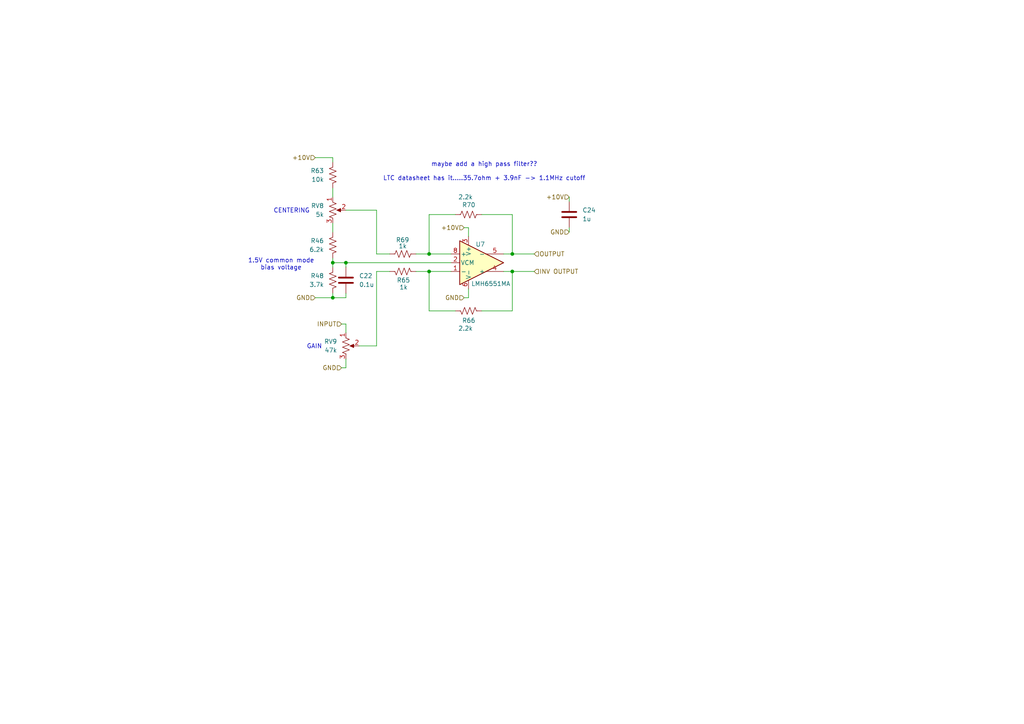
<source format=kicad_sch>
(kicad_sch
	(version 20250114)
	(generator "eeschema")
	(generator_version "9.0")
	(uuid "eac6e370-7184-46af-9cb2-e8d116548ef9")
	(paper "A4")
	(lib_symbols
		(symbol "Amplifier_Operational:LMH6551MA"
			(pin_names
				(offset 0.254)
			)
			(exclude_from_sim no)
			(in_bom yes)
			(on_board yes)
			(property "Reference" "U"
				(at 3.81 6.35 0)
				(effects
					(font
						(size 1.27 1.27)
					)
					(justify left)
				)
			)
			(property "Value" "LMH6551MA"
				(at 3.81 -5.08 0)
				(effects
					(font
						(size 1.27 1.27)
					)
					(justify left)
				)
			)
			(property "Footprint" "Package_SO:SOIC-8_3.9x4.9mm_P1.27mm"
				(at 2.54 -15.24 0)
				(effects
					(font
						(size 1.27 1.27)
					)
					(hide yes)
				)
			)
			(property "Datasheet" "http://www.ti.com/lit/ds/symlink/lmh6551.pdf"
				(at 25.4 -7.62 0)
				(effects
					(font
						(size 1.27 1.27)
					)
					(hide yes)
				)
			)
			(property "Description" "Differential, High-Speed, Op Amp, SOIC-8"
				(at 0 0 0)
				(effects
					(font
						(size 1.27 1.27)
					)
					(hide yes)
				)
			)
			(property "ki_keywords" "differential opamp operational amplifier"
				(at 0 0 0)
				(effects
					(font
						(size 1.27 1.27)
					)
					(hide yes)
				)
			)
			(property "ki_fp_filters" "SOIC*3.9x4.9mm*P1.27mm*"
				(at 0 0 0)
				(effects
					(font
						(size 1.27 1.27)
					)
					(hide yes)
				)
			)
			(symbol "LMH6551MA_0_1"
				(circle
					(center 2.54 2.54)
					(radius 0.0001)
					(stroke
						(width 0)
						(type default)
					)
					(fill
						(type none)
					)
				)
				(polyline
					(pts
						(xy 7.62 0) (xy -5.08 6.35) (xy -5.08 -6.35) (xy 7.62 0)
					)
					(stroke
						(width 0.254)
						(type default)
					)
					(fill
						(type background)
					)
				)
			)
			(symbol "LMH6551MA_1_1"
				(pin input line
					(at -7.62 2.54 0)
					(length 2.54)
					(name "+"
						(effects
							(font
								(size 1.27 1.27)
							)
						)
					)
					(number "8"
						(effects
							(font
								(size 1.27 1.27)
							)
						)
					)
				)
				(pin input line
					(at -7.62 0 0)
					(length 2.54)
					(name "VCM"
						(effects
							(font
								(size 1.27 1.27)
							)
						)
					)
					(number "2"
						(effects
							(font
								(size 1.27 1.27)
							)
						)
					)
				)
				(pin input line
					(at -7.62 -2.54 0)
					(length 2.54)
					(name "-"
						(effects
							(font
								(size 1.27 1.27)
							)
						)
					)
					(number "1"
						(effects
							(font
								(size 1.27 1.27)
							)
						)
					)
				)
				(pin power_in line
					(at -2.54 7.62 270)
					(length 2.54)
					(name "V+"
						(effects
							(font
								(size 1.27 1.27)
							)
						)
					)
					(number "3"
						(effects
							(font
								(size 1.27 1.27)
							)
						)
					)
				)
				(pin power_in line
					(at -2.54 -7.62 90)
					(length 2.54)
					(name "V-"
						(effects
							(font
								(size 1.27 1.27)
							)
						)
					)
					(number "6"
						(effects
							(font
								(size 1.27 1.27)
							)
						)
					)
				)
				(pin no_connect line
					(at 5.08 0 180)
					(length 2.54)
					(hide yes)
					(name "NC"
						(effects
							(font
								(size 1.27 1.27)
							)
						)
					)
					(number "7"
						(effects
							(font
								(size 1.27 1.27)
							)
						)
					)
				)
				(pin output line
					(at 7.62 2.54 180)
					(length 5.08)
					(name "-"
						(effects
							(font
								(size 1.27 1.27)
							)
						)
					)
					(number "5"
						(effects
							(font
								(size 1.27 1.27)
							)
						)
					)
				)
				(pin output line
					(at 7.62 -2.54 180)
					(length 5.08)
					(name "+"
						(effects
							(font
								(size 1.27 1.27)
							)
						)
					)
					(number "4"
						(effects
							(font
								(size 1.27 1.27)
							)
						)
					)
				)
			)
			(embedded_fonts no)
		)
		(symbol "Device:C"
			(pin_numbers
				(hide yes)
			)
			(pin_names
				(offset 0.254)
			)
			(exclude_from_sim no)
			(in_bom yes)
			(on_board yes)
			(property "Reference" "C"
				(at 0.635 2.54 0)
				(effects
					(font
						(size 1.27 1.27)
					)
					(justify left)
				)
			)
			(property "Value" "C"
				(at 0.635 -2.54 0)
				(effects
					(font
						(size 1.27 1.27)
					)
					(justify left)
				)
			)
			(property "Footprint" ""
				(at 0.9652 -3.81 0)
				(effects
					(font
						(size 1.27 1.27)
					)
					(hide yes)
				)
			)
			(property "Datasheet" "~"
				(at 0 0 0)
				(effects
					(font
						(size 1.27 1.27)
					)
					(hide yes)
				)
			)
			(property "Description" "Unpolarized capacitor"
				(at 0 0 0)
				(effects
					(font
						(size 1.27 1.27)
					)
					(hide yes)
				)
			)
			(property "ki_keywords" "cap capacitor"
				(at 0 0 0)
				(effects
					(font
						(size 1.27 1.27)
					)
					(hide yes)
				)
			)
			(property "ki_fp_filters" "C_*"
				(at 0 0 0)
				(effects
					(font
						(size 1.27 1.27)
					)
					(hide yes)
				)
			)
			(symbol "C_0_1"
				(polyline
					(pts
						(xy -2.032 0.762) (xy 2.032 0.762)
					)
					(stroke
						(width 0.508)
						(type default)
					)
					(fill
						(type none)
					)
				)
				(polyline
					(pts
						(xy -2.032 -0.762) (xy 2.032 -0.762)
					)
					(stroke
						(width 0.508)
						(type default)
					)
					(fill
						(type none)
					)
				)
			)
			(symbol "C_1_1"
				(pin passive line
					(at 0 3.81 270)
					(length 2.794)
					(name "~"
						(effects
							(font
								(size 1.27 1.27)
							)
						)
					)
					(number "1"
						(effects
							(font
								(size 1.27 1.27)
							)
						)
					)
				)
				(pin passive line
					(at 0 -3.81 90)
					(length 2.794)
					(name "~"
						(effects
							(font
								(size 1.27 1.27)
							)
						)
					)
					(number "2"
						(effects
							(font
								(size 1.27 1.27)
							)
						)
					)
				)
			)
			(embedded_fonts no)
		)
		(symbol "Device:R_Potentiometer_US"
			(pin_names
				(offset 1.016)
				(hide yes)
			)
			(exclude_from_sim no)
			(in_bom yes)
			(on_board yes)
			(property "Reference" "RV"
				(at -4.445 0 90)
				(effects
					(font
						(size 1.27 1.27)
					)
				)
			)
			(property "Value" "R_Potentiometer_US"
				(at -2.54 0 90)
				(effects
					(font
						(size 1.27 1.27)
					)
				)
			)
			(property "Footprint" ""
				(at 0 0 0)
				(effects
					(font
						(size 1.27 1.27)
					)
					(hide yes)
				)
			)
			(property "Datasheet" "~"
				(at 0 0 0)
				(effects
					(font
						(size 1.27 1.27)
					)
					(hide yes)
				)
			)
			(property "Description" "Potentiometer, US symbol"
				(at 0 0 0)
				(effects
					(font
						(size 1.27 1.27)
					)
					(hide yes)
				)
			)
			(property "ki_keywords" "resistor variable"
				(at 0 0 0)
				(effects
					(font
						(size 1.27 1.27)
					)
					(hide yes)
				)
			)
			(property "ki_fp_filters" "Potentiometer*"
				(at 0 0 0)
				(effects
					(font
						(size 1.27 1.27)
					)
					(hide yes)
				)
			)
			(symbol "R_Potentiometer_US_0_1"
				(polyline
					(pts
						(xy 0 2.54) (xy 0 2.286)
					)
					(stroke
						(width 0)
						(type default)
					)
					(fill
						(type none)
					)
				)
				(polyline
					(pts
						(xy 0 2.286) (xy 1.016 1.905) (xy 0 1.524) (xy -1.016 1.143) (xy 0 0.762)
					)
					(stroke
						(width 0)
						(type default)
					)
					(fill
						(type none)
					)
				)
				(polyline
					(pts
						(xy 0 0.762) (xy 1.016 0.381) (xy 0 0) (xy -1.016 -0.381) (xy 0 -0.762)
					)
					(stroke
						(width 0)
						(type default)
					)
					(fill
						(type none)
					)
				)
				(polyline
					(pts
						(xy 0 -0.762) (xy 1.016 -1.143) (xy 0 -1.524) (xy -1.016 -1.905) (xy 0 -2.286)
					)
					(stroke
						(width 0)
						(type default)
					)
					(fill
						(type none)
					)
				)
				(polyline
					(pts
						(xy 0 -2.286) (xy 0 -2.54)
					)
					(stroke
						(width 0)
						(type default)
					)
					(fill
						(type none)
					)
				)
				(polyline
					(pts
						(xy 1.143 0) (xy 2.286 0.508) (xy 2.286 -0.508) (xy 1.143 0)
					)
					(stroke
						(width 0)
						(type default)
					)
					(fill
						(type outline)
					)
				)
				(polyline
					(pts
						(xy 2.54 0) (xy 1.524 0)
					)
					(stroke
						(width 0)
						(type default)
					)
					(fill
						(type none)
					)
				)
			)
			(symbol "R_Potentiometer_US_1_1"
				(pin passive line
					(at 0 3.81 270)
					(length 1.27)
					(name "1"
						(effects
							(font
								(size 1.27 1.27)
							)
						)
					)
					(number "1"
						(effects
							(font
								(size 1.27 1.27)
							)
						)
					)
				)
				(pin passive line
					(at 0 -3.81 90)
					(length 1.27)
					(name "3"
						(effects
							(font
								(size 1.27 1.27)
							)
						)
					)
					(number "3"
						(effects
							(font
								(size 1.27 1.27)
							)
						)
					)
				)
				(pin passive line
					(at 3.81 0 180)
					(length 1.27)
					(name "2"
						(effects
							(font
								(size 1.27 1.27)
							)
						)
					)
					(number "2"
						(effects
							(font
								(size 1.27 1.27)
							)
						)
					)
				)
			)
			(embedded_fonts no)
		)
		(symbol "Device:R_US"
			(pin_numbers
				(hide yes)
			)
			(pin_names
				(offset 0)
			)
			(exclude_from_sim no)
			(in_bom yes)
			(on_board yes)
			(property "Reference" "R"
				(at 2.54 0 90)
				(effects
					(font
						(size 1.27 1.27)
					)
				)
			)
			(property "Value" "R_US"
				(at -2.54 0 90)
				(effects
					(font
						(size 1.27 1.27)
					)
				)
			)
			(property "Footprint" ""
				(at 1.016 -0.254 90)
				(effects
					(font
						(size 1.27 1.27)
					)
					(hide yes)
				)
			)
			(property "Datasheet" "~"
				(at 0 0 0)
				(effects
					(font
						(size 1.27 1.27)
					)
					(hide yes)
				)
			)
			(property "Description" "Resistor, US symbol"
				(at 0 0 0)
				(effects
					(font
						(size 1.27 1.27)
					)
					(hide yes)
				)
			)
			(property "ki_keywords" "R res resistor"
				(at 0 0 0)
				(effects
					(font
						(size 1.27 1.27)
					)
					(hide yes)
				)
			)
			(property "ki_fp_filters" "R_*"
				(at 0 0 0)
				(effects
					(font
						(size 1.27 1.27)
					)
					(hide yes)
				)
			)
			(symbol "R_US_0_1"
				(polyline
					(pts
						(xy 0 2.286) (xy 0 2.54)
					)
					(stroke
						(width 0)
						(type default)
					)
					(fill
						(type none)
					)
				)
				(polyline
					(pts
						(xy 0 2.286) (xy 1.016 1.905) (xy 0 1.524) (xy -1.016 1.143) (xy 0 0.762)
					)
					(stroke
						(width 0)
						(type default)
					)
					(fill
						(type none)
					)
				)
				(polyline
					(pts
						(xy 0 0.762) (xy 1.016 0.381) (xy 0 0) (xy -1.016 -0.381) (xy 0 -0.762)
					)
					(stroke
						(width 0)
						(type default)
					)
					(fill
						(type none)
					)
				)
				(polyline
					(pts
						(xy 0 -0.762) (xy 1.016 -1.143) (xy 0 -1.524) (xy -1.016 -1.905) (xy 0 -2.286)
					)
					(stroke
						(width 0)
						(type default)
					)
					(fill
						(type none)
					)
				)
				(polyline
					(pts
						(xy 0 -2.286) (xy 0 -2.54)
					)
					(stroke
						(width 0)
						(type default)
					)
					(fill
						(type none)
					)
				)
			)
			(symbol "R_US_1_1"
				(pin passive line
					(at 0 3.81 270)
					(length 1.27)
					(name "~"
						(effects
							(font
								(size 1.27 1.27)
							)
						)
					)
					(number "1"
						(effects
							(font
								(size 1.27 1.27)
							)
						)
					)
				)
				(pin passive line
					(at 0 -3.81 90)
					(length 1.27)
					(name "~"
						(effects
							(font
								(size 1.27 1.27)
							)
						)
					)
					(number "2"
						(effects
							(font
								(size 1.27 1.27)
							)
						)
					)
				)
			)
			(embedded_fonts no)
		)
	)
	(text "CENTERING\n"
		(exclude_from_sim no)
		(at 84.582 61.214 0)
		(effects
			(font
				(size 1.27 1.27)
			)
		)
		(uuid "318a7326-2cd7-4563-b9b8-fa2e45554cf7")
	)
	(text "maybe add a high pass filter??\n\nLTC datasheet has it.....35.7ohm + 3.9nF -> 1.1MHz cutoff\n"
		(exclude_from_sim no)
		(at 140.462 49.784 0)
		(effects
			(font
				(size 1.27 1.27)
			)
		)
		(uuid "326a999f-225a-41ac-b9c0-1172c888158f")
	)
	(text "GAIN\n"
		(exclude_from_sim no)
		(at 91.186 100.584 0)
		(effects
			(font
				(size 1.27 1.27)
			)
		)
		(uuid "543cf0d7-307a-4bf8-a511-7a6a1ad5fc01")
	)
	(text "1.5V common mode\nbias voltage"
		(exclude_from_sim no)
		(at 81.534 76.708 0)
		(effects
			(font
				(size 1.27 1.27)
			)
		)
		(uuid "70208369-c057-4075-92c5-244c8d44e524")
	)
	(junction
		(at 148.59 73.66)
		(diameter 0)
		(color 0 0 0 0)
		(uuid "6083a674-2fac-42e1-b5ed-aa4d2f26ace6")
	)
	(junction
		(at 124.46 73.66)
		(diameter 0)
		(color 0 0 0 0)
		(uuid "ae371de2-33b4-4148-b627-fbc341c1e38b")
	)
	(junction
		(at 124.46 78.74)
		(diameter 0)
		(color 0 0 0 0)
		(uuid "c292f828-e004-45ff-bd82-7b5d9e0b1784")
	)
	(junction
		(at 96.52 76.2)
		(diameter 0)
		(color 0 0 0 0)
		(uuid "c3d1114b-5ee5-4af6-b3cc-f3305e1a8557")
	)
	(junction
		(at 100.33 76.2)
		(diameter 0)
		(color 0 0 0 0)
		(uuid "cf88f79b-94ca-4347-91c3-790d8f251394")
	)
	(junction
		(at 148.59 78.74)
		(diameter 0)
		(color 0 0 0 0)
		(uuid "d3664c96-1dcb-4974-85fc-9eb185d20930")
	)
	(junction
		(at 96.52 86.36)
		(diameter 0)
		(color 0 0 0 0)
		(uuid "e8522ba2-5a29-4858-b253-ff63cd0987c3")
	)
	(wire
		(pts
			(xy 91.44 45.72) (xy 96.52 45.72)
		)
		(stroke
			(width 0)
			(type default)
		)
		(uuid "000a6c6e-ad5e-4263-b2c7-5c9c14b1bc2d")
	)
	(wire
		(pts
			(xy 124.46 62.23) (xy 132.08 62.23)
		)
		(stroke
			(width 0)
			(type default)
		)
		(uuid "00cc4c9d-4d35-4b2f-9af0-300a26614d18")
	)
	(wire
		(pts
			(xy 134.62 86.36) (xy 135.89 86.36)
		)
		(stroke
			(width 0)
			(type default)
		)
		(uuid "0473c0f2-cc55-46bd-a4f2-928fdeae0ca3")
	)
	(wire
		(pts
			(xy 148.59 90.17) (xy 148.59 78.74)
		)
		(stroke
			(width 0)
			(type default)
		)
		(uuid "07386b31-f8c1-4a75-bfc9-689898281a65")
	)
	(wire
		(pts
			(xy 96.52 54.61) (xy 96.52 57.15)
		)
		(stroke
			(width 0)
			(type default)
		)
		(uuid "090fbaae-441a-4ea8-b0cc-e2e077a16f42")
	)
	(wire
		(pts
			(xy 96.52 76.2) (xy 100.33 76.2)
		)
		(stroke
			(width 0)
			(type default)
		)
		(uuid "11fd7d77-228b-4207-b4fb-9187ca8c1077")
	)
	(wire
		(pts
			(xy 124.46 90.17) (xy 132.08 90.17)
		)
		(stroke
			(width 0)
			(type default)
		)
		(uuid "166fa4e3-eff0-4d54-b0ce-dc41e55dcfa9")
	)
	(wire
		(pts
			(xy 109.22 73.66) (xy 113.03 73.66)
		)
		(stroke
			(width 0)
			(type default)
		)
		(uuid "18bc026e-3022-4f4c-8977-d12a5bce1d94")
	)
	(wire
		(pts
			(xy 124.46 73.66) (xy 130.81 73.66)
		)
		(stroke
			(width 0)
			(type default)
		)
		(uuid "1ad3ef74-63a7-447b-8be6-3abd69f3f782")
	)
	(wire
		(pts
			(xy 100.33 85.09) (xy 100.33 86.36)
		)
		(stroke
			(width 0)
			(type default)
		)
		(uuid "255ee7eb-da4e-417f-9820-88ca326c2408")
	)
	(wire
		(pts
			(xy 124.46 73.66) (xy 124.46 62.23)
		)
		(stroke
			(width 0)
			(type default)
		)
		(uuid "266565bd-a909-4b22-aedd-002f82262cda")
	)
	(wire
		(pts
			(xy 120.65 78.74) (xy 124.46 78.74)
		)
		(stroke
			(width 0)
			(type default)
		)
		(uuid "283ee78a-4f24-4c6f-afe3-aa4844701d46")
	)
	(wire
		(pts
			(xy 96.52 74.93) (xy 96.52 76.2)
		)
		(stroke
			(width 0)
			(type default)
		)
		(uuid "30ccf168-61b8-40a9-9638-d9361fe6d2a6")
	)
	(wire
		(pts
			(xy 139.7 90.17) (xy 148.59 90.17)
		)
		(stroke
			(width 0)
			(type default)
		)
		(uuid "311822cb-90d9-4508-98ae-0a6e519808a4")
	)
	(wire
		(pts
			(xy 100.33 76.2) (xy 100.33 77.47)
		)
		(stroke
			(width 0)
			(type default)
		)
		(uuid "314d3d33-cc5e-407a-8d7a-8b41ccb44beb")
	)
	(wire
		(pts
			(xy 91.44 86.36) (xy 96.52 86.36)
		)
		(stroke
			(width 0)
			(type default)
		)
		(uuid "3905864b-1508-4191-95f5-34024fd7c53a")
	)
	(wire
		(pts
			(xy 109.22 100.33) (xy 109.22 78.74)
		)
		(stroke
			(width 0)
			(type default)
		)
		(uuid "45335ff1-56e3-4918-bab4-d7cbb944b1aa")
	)
	(wire
		(pts
			(xy 148.59 62.23) (xy 148.59 73.66)
		)
		(stroke
			(width 0)
			(type default)
		)
		(uuid "510f7b06-4a4a-4e2b-9b3d-c7a976d1bbe8")
	)
	(wire
		(pts
			(xy 165.1 57.15) (xy 165.1 58.42)
		)
		(stroke
			(width 0)
			(type default)
		)
		(uuid "51c8d4f0-2c9f-4769-bd3a-232056dc3517")
	)
	(wire
		(pts
			(xy 124.46 78.74) (xy 124.46 90.17)
		)
		(stroke
			(width 0)
			(type default)
		)
		(uuid "538cac1f-54c3-4fdb-86e1-2e4439c94413")
	)
	(wire
		(pts
			(xy 120.65 73.66) (xy 124.46 73.66)
		)
		(stroke
			(width 0)
			(type default)
		)
		(uuid "5f939f4f-f3e7-4153-8edd-0caa45a8d427")
	)
	(wire
		(pts
			(xy 96.52 76.2) (xy 96.52 77.47)
		)
		(stroke
			(width 0)
			(type default)
		)
		(uuid "5fffdbdf-2cc7-498e-b3a2-acad041f306b")
	)
	(wire
		(pts
			(xy 99.06 106.68) (xy 100.33 106.68)
		)
		(stroke
			(width 0)
			(type default)
		)
		(uuid "61d6a59d-e179-4c76-b304-6d628ec74dea")
	)
	(wire
		(pts
			(xy 135.89 66.04) (xy 135.89 68.58)
		)
		(stroke
			(width 0)
			(type default)
		)
		(uuid "62af61e6-2c45-4cde-aef5-f9cfc7e29a1c")
	)
	(wire
		(pts
			(xy 134.62 66.04) (xy 135.89 66.04)
		)
		(stroke
			(width 0)
			(type default)
		)
		(uuid "6bc630f3-4380-42c5-966c-513afe40ce82")
	)
	(wire
		(pts
			(xy 100.33 76.2) (xy 130.81 76.2)
		)
		(stroke
			(width 0)
			(type default)
		)
		(uuid "7218cbd1-121b-4fd3-ad01-09d422cca73a")
	)
	(wire
		(pts
			(xy 165.1 66.04) (xy 165.1 67.31)
		)
		(stroke
			(width 0)
			(type default)
		)
		(uuid "79ed54fe-d025-463e-a3f2-9c16c05dd33a")
	)
	(wire
		(pts
			(xy 146.05 78.74) (xy 148.59 78.74)
		)
		(stroke
			(width 0)
			(type default)
		)
		(uuid "896d0dfe-f480-442f-9c57-d864f169b2b4")
	)
	(wire
		(pts
			(xy 124.46 78.74) (xy 130.81 78.74)
		)
		(stroke
			(width 0)
			(type default)
		)
		(uuid "897fba91-43c3-42af-85e5-460783a21d15")
	)
	(wire
		(pts
			(xy 99.06 93.98) (xy 100.33 93.98)
		)
		(stroke
			(width 0)
			(type default)
		)
		(uuid "90830dec-daf8-4bed-9506-489f3928f6dd")
	)
	(wire
		(pts
			(xy 139.7 62.23) (xy 148.59 62.23)
		)
		(stroke
			(width 0)
			(type default)
		)
		(uuid "93f7ce3a-0457-49cd-9564-369915abe7a7")
	)
	(wire
		(pts
			(xy 100.33 104.14) (xy 100.33 106.68)
		)
		(stroke
			(width 0)
			(type default)
		)
		(uuid "9d0b7503-f158-471c-9993-822813f7bca0")
	)
	(wire
		(pts
			(xy 100.33 60.96) (xy 109.22 60.96)
		)
		(stroke
			(width 0)
			(type default)
		)
		(uuid "9f680cb1-a83f-4cb8-8b4d-a6a4f213c0e0")
	)
	(wire
		(pts
			(xy 96.52 45.72) (xy 96.52 46.99)
		)
		(stroke
			(width 0)
			(type default)
		)
		(uuid "c4835ec5-1cf1-4566-896f-e96b3bf679df")
	)
	(wire
		(pts
			(xy 148.59 78.74) (xy 154.94 78.74)
		)
		(stroke
			(width 0)
			(type default)
		)
		(uuid "ccde07b3-0acf-4446-8d32-2cba3a173c7a")
	)
	(wire
		(pts
			(xy 148.59 73.66) (xy 154.94 73.66)
		)
		(stroke
			(width 0)
			(type default)
		)
		(uuid "ce05b4c2-8b5b-4546-a7a8-780749c2a712")
	)
	(wire
		(pts
			(xy 96.52 64.77) (xy 96.52 67.31)
		)
		(stroke
			(width 0)
			(type default)
		)
		(uuid "cf4c1bbf-b05c-4227-a2da-ba5ed6925ee0")
	)
	(wire
		(pts
			(xy 100.33 93.98) (xy 100.33 96.52)
		)
		(stroke
			(width 0)
			(type default)
		)
		(uuid "d2fc98ca-1305-4799-bf1b-de4e5908e204")
	)
	(wire
		(pts
			(xy 135.89 86.36) (xy 135.89 83.82)
		)
		(stroke
			(width 0)
			(type default)
		)
		(uuid "d317f114-0d2e-4ebd-a1b4-0f433abf1a94")
	)
	(wire
		(pts
			(xy 146.05 73.66) (xy 148.59 73.66)
		)
		(stroke
			(width 0)
			(type default)
		)
		(uuid "da613eba-cf2f-4850-a643-b24a6407ad2f")
	)
	(wire
		(pts
			(xy 109.22 100.33) (xy 104.14 100.33)
		)
		(stroke
			(width 0)
			(type default)
		)
		(uuid "e4da7d89-7beb-47b4-874d-c5d33e926476")
	)
	(wire
		(pts
			(xy 96.52 86.36) (xy 100.33 86.36)
		)
		(stroke
			(width 0)
			(type default)
		)
		(uuid "e9385746-5ba2-49be-953a-503e84e1af80")
	)
	(wire
		(pts
			(xy 96.52 85.09) (xy 96.52 86.36)
		)
		(stroke
			(width 0)
			(type default)
		)
		(uuid "ec11cb0a-555b-4ae8-99f9-2defbd258e1d")
	)
	(wire
		(pts
			(xy 109.22 60.96) (xy 109.22 73.66)
		)
		(stroke
			(width 0)
			(type default)
		)
		(uuid "f0679c25-9469-4975-ae6e-78f3f67a67b0")
	)
	(wire
		(pts
			(xy 109.22 78.74) (xy 113.03 78.74)
		)
		(stroke
			(width 0)
			(type default)
		)
		(uuid "f78ffc8a-dd59-4f7d-9526-deca8d21c653")
	)
	(hierarchical_label "INV OUTPUT"
		(shape input)
		(at 154.94 78.74 0)
		(effects
			(font
				(size 1.27 1.27)
			)
			(justify left)
		)
		(uuid "1204a765-0ff2-47e5-96d7-1b8f901baf3a")
	)
	(hierarchical_label "GND"
		(shape input)
		(at 134.62 86.36 180)
		(effects
			(font
				(size 1.27 1.27)
			)
			(justify right)
		)
		(uuid "706ea04c-6a86-4d04-885e-01642701e116")
	)
	(hierarchical_label "+10V"
		(shape input)
		(at 91.44 45.72 180)
		(effects
			(font
				(size 1.27 1.27)
			)
			(justify right)
		)
		(uuid "7111a4a8-2103-4879-9349-a6aca17a77fc")
	)
	(hierarchical_label "+10V"
		(shape input)
		(at 134.62 66.04 180)
		(effects
			(font
				(size 1.27 1.27)
			)
			(justify right)
		)
		(uuid "74b99221-bf71-430f-8e7c-c9307a62e2e8")
	)
	(hierarchical_label "+10V"
		(shape input)
		(at 165.1 57.15 180)
		(effects
			(font
				(size 1.27 1.27)
			)
			(justify right)
		)
		(uuid "78b6e1af-88ab-4281-8ef9-df4abf5e13d4")
	)
	(hierarchical_label "GND"
		(shape input)
		(at 165.1 67.31 180)
		(effects
			(font
				(size 1.27 1.27)
			)
			(justify right)
		)
		(uuid "803ab262-53f0-42cc-af18-1a8475e29006")
	)
	(hierarchical_label "OUTPUT"
		(shape input)
		(at 154.94 73.66 0)
		(effects
			(font
				(size 1.27 1.27)
			)
			(justify left)
		)
		(uuid "95591eed-0669-4490-8cb7-1321be460b65")
	)
	(hierarchical_label "GND"
		(shape input)
		(at 91.44 86.36 180)
		(effects
			(font
				(size 1.27 1.27)
			)
			(justify right)
		)
		(uuid "9cb7d938-b615-40f6-96dc-08d5aea2fbec")
	)
	(hierarchical_label "INPUT"
		(shape input)
		(at 99.06 93.98 180)
		(effects
			(font
				(size 1.27 1.27)
			)
			(justify right)
		)
		(uuid "ddeb010b-e929-42eb-b61f-243c1bf41270")
	)
	(hierarchical_label "GND"
		(shape input)
		(at 99.06 106.68 180)
		(effects
			(font
				(size 1.27 1.27)
			)
			(justify right)
		)
		(uuid "e3f0f678-8d5c-4c1e-9bb6-b480528bb57c")
	)
	(symbol
		(lib_id "Device:C")
		(at 165.1 62.23 0)
		(unit 1)
		(exclude_from_sim no)
		(in_bom yes)
		(on_board yes)
		(dnp no)
		(fields_autoplaced yes)
		(uuid "01947551-ddf6-421a-a127-f0044989041d")
		(property "Reference" "C23"
			(at 168.91 60.9599 0)
			(effects
				(font
					(size 1.27 1.27)
				)
				(justify left)
			)
		)
		(property "Value" "1u"
			(at 168.91 63.4999 0)
			(effects
				(font
					(size 1.27 1.27)
				)
				(justify left)
			)
		)
		(property "Footprint" "Capacitor_SMD:C_0603_1608Metric"
			(at 166.0652 66.04 0)
			(effects
				(font
					(size 1.27 1.27)
				)
				(hide yes)
			)
		)
		(property "Datasheet" "C1608X7R1C105K080DC"
			(at 165.1 62.23 0)
			(effects
				(font
					(size 1.27 1.27)
				)
				(hide yes)
			)
		)
		(property "Description" "Unpolarized capacitor"
			(at 165.1 62.23 0)
			(effects
				(font
					(size 1.27 1.27)
				)
				(hide yes)
			)
		)
		(property "DATASHEET-URL" ""
			(at 165.1 62.23 0)
			(effects
				(font
					(size 1.27 1.27)
				)
			)
		)
		(property "IC-REFERENCE" ""
			(at 165.1 62.23 0)
			(effects
				(font
					(size 1.27 1.27)
				)
			)
		)
		(property "IOUT1" ""
			(at 165.1 62.23 0)
			(effects
				(font
					(size 1.27 1.27)
				)
			)
		)
		(property "IOUT2" ""
			(at 165.1 62.23 0)
			(effects
				(font
					(size 1.27 1.27)
				)
			)
		)
		(property "ISAT" ""
			(at 165.1 62.23 0)
			(effects
				(font
					(size 1.27 1.27)
				)
			)
		)
		(property "L" ""
			(at 165.1 62.23 0)
			(effects
				(font
					(size 1.27 1.27)
				)
			)
		)
		(property "LS" ""
			(at 165.1 62.23 0)
			(effects
				(font
					(size 1.27 1.27)
				)
			)
		)
		(property "MAXIMUM_PACKAGE_HEIGHT" ""
			(at 165.1 62.23 0)
			(effects
				(font
					(size 1.27 1.27)
				)
			)
		)
		(property "MOUNT" ""
			(at 165.1 62.23 0)
			(effects
				(font
					(size 1.27 1.27)
				)
			)
		)
		(property "N" ""
			(at 165.1 62.23 0)
			(effects
				(font
					(size 1.27 1.27)
				)
			)
		)
		(property "PART-NUMBER" ""
			(at 165.1 62.23 0)
			(effects
				(font
					(size 1.27 1.27)
				)
			)
		)
		(property "PARTREV" ""
			(at 165.1 62.23 0)
			(effects
				(font
					(size 1.27 1.27)
				)
			)
		)
		(property "SIZE" ""
			(at 165.1 62.23 0)
			(effects
				(font
					(size 1.27 1.27)
				)
			)
		)
		(property "Sim.Device" ""
			(at 165.1 62.23 0)
			(effects
				(font
					(size 1.27 1.27)
				)
			)
		)
		(property "Sim.Pins" ""
			(at 165.1 62.23 0)
			(effects
				(font
					(size 1.27 1.27)
				)
			)
		)
		(property "VALUE" ""
			(at 165.1 62.23 0)
			(effects
				(font
					(size 1.27 1.27)
				)
			)
		)
		(property "VIN" ""
			(at 165.1 62.23 0)
			(effects
				(font
					(size 1.27 1.27)
				)
			)
		)
		(property "VOUT1" ""
			(at 165.1 62.23 0)
			(effects
				(font
					(size 1.27 1.27)
				)
			)
		)
		(property "VOUT2" ""
			(at 165.1 62.23 0)
			(effects
				(font
					(size 1.27 1.27)
				)
			)
		)
		(property "VT" ""
			(at 165.1 62.23 0)
			(effects
				(font
					(size 1.27 1.27)
				)
			)
		)
		(pin "1"
			(uuid "6fdae9dc-92b5-40d8-b102-e9fbefcb0036")
		)
		(pin "2"
			(uuid "fa33fe8c-b643-473d-b291-afe187d702c5")
		)
		(instances
			(project "deflection_board_2"
				(path "/96f2ff15-c3e5-48fe-ae2c-b9bf88af19f4/13d95a47-7c14-4645-9a3e-28fd9347bd08"
					(reference "C24")
					(unit 1)
				)
				(path "/96f2ff15-c3e5-48fe-ae2c-b9bf88af19f4/312d89e2-80db-455f-a995-85738c4e27ae"
					(reference "C23")
					(unit 1)
				)
			)
		)
	)
	(symbol
		(lib_id "Device:R_Potentiometer_US")
		(at 100.33 100.33 0)
		(unit 1)
		(exclude_from_sim no)
		(in_bom yes)
		(on_board yes)
		(dnp no)
		(fields_autoplaced yes)
		(uuid "0e280a81-3e06-4e24-93bb-5332150420e6")
		(property "Reference" "RV7"
			(at 97.79 99.0599 0)
			(effects
				(font
					(size 1.27 1.27)
				)
				(justify right)
			)
		)
		(property "Value" "47k"
			(at 97.79 101.5999 0)
			(effects
				(font
					(size 1.27 1.27)
				)
				(justify right)
			)
		)
		(property "Footprint" "Potentiometer_THT:Potentiometer_Bourns_3296W_Vertical"
			(at 100.33 100.33 0)
			(effects
				(font
					(size 1.27 1.27)
				)
				(hide yes)
			)
		)
		(property "Datasheet" "3296W-1-473LF"
			(at 100.33 100.33 0)
			(effects
				(font
					(size 1.27 1.27)
				)
				(hide yes)
			)
		)
		(property "Description" "Potentiometer, US symbol"
			(at 100.33 100.33 0)
			(effects
				(font
					(size 1.27 1.27)
				)
				(hide yes)
			)
		)
		(property "DATASHEET-URL" ""
			(at 100.33 100.33 0)
			(effects
				(font
					(size 1.27 1.27)
				)
			)
		)
		(property "IC-REFERENCE" ""
			(at 100.33 100.33 0)
			(effects
				(font
					(size 1.27 1.27)
				)
			)
		)
		(property "IOUT1" ""
			(at 100.33 100.33 0)
			(effects
				(font
					(size 1.27 1.27)
				)
			)
		)
		(property "IOUT2" ""
			(at 100.33 100.33 0)
			(effects
				(font
					(size 1.27 1.27)
				)
			)
		)
		(property "ISAT" ""
			(at 100.33 100.33 0)
			(effects
				(font
					(size 1.27 1.27)
				)
			)
		)
		(property "L" ""
			(at 100.33 100.33 0)
			(effects
				(font
					(size 1.27 1.27)
				)
			)
		)
		(property "LS" ""
			(at 100.33 100.33 0)
			(effects
				(font
					(size 1.27 1.27)
				)
			)
		)
		(property "MAXIMUM_PACKAGE_HEIGHT" ""
			(at 100.33 100.33 0)
			(effects
				(font
					(size 1.27 1.27)
				)
			)
		)
		(property "MOUNT" ""
			(at 100.33 100.33 0)
			(effects
				(font
					(size 1.27 1.27)
				)
			)
		)
		(property "N" ""
			(at 100.33 100.33 0)
			(effects
				(font
					(size 1.27 1.27)
				)
			)
		)
		(property "PART-NUMBER" ""
			(at 100.33 100.33 0)
			(effects
				(font
					(size 1.27 1.27)
				)
			)
		)
		(property "PARTREV" ""
			(at 100.33 100.33 0)
			(effects
				(font
					(size 1.27 1.27)
				)
			)
		)
		(property "SIZE" ""
			(at 100.33 100.33 0)
			(effects
				(font
					(size 1.27 1.27)
				)
			)
		)
		(property "Sim.Device" ""
			(at 100.33 100.33 0)
			(effects
				(font
					(size 1.27 1.27)
				)
			)
		)
		(property "Sim.Pins" ""
			(at 100.33 100.33 0)
			(effects
				(font
					(size 1.27 1.27)
				)
			)
		)
		(property "VALUE" ""
			(at 100.33 100.33 0)
			(effects
				(font
					(size 1.27 1.27)
				)
			)
		)
		(property "VIN" ""
			(at 100.33 100.33 0)
			(effects
				(font
					(size 1.27 1.27)
				)
			)
		)
		(property "VOUT1" ""
			(at 100.33 100.33 0)
			(effects
				(font
					(size 1.27 1.27)
				)
			)
		)
		(property "VOUT2" ""
			(at 100.33 100.33 0)
			(effects
				(font
					(size 1.27 1.27)
				)
			)
		)
		(property "VT" ""
			(at 100.33 100.33 0)
			(effects
				(font
					(size 1.27 1.27)
				)
			)
		)
		(pin "1"
			(uuid "bd1d2d5c-9fe0-41ec-9ccd-33ba9d2eb6d9")
		)
		(pin "3"
			(uuid "c6860118-8438-431e-bc31-de0a3c913a75")
		)
		(pin "2"
			(uuid "a4b38992-3b8b-4cf0-bccf-736c1cf0ad70")
		)
		(instances
			(project "deflection_board_2"
				(path "/96f2ff15-c3e5-48fe-ae2c-b9bf88af19f4/13d95a47-7c14-4645-9a3e-28fd9347bd08"
					(reference "RV9")
					(unit 1)
				)
				(path "/96f2ff15-c3e5-48fe-ae2c-b9bf88af19f4/312d89e2-80db-455f-a995-85738c4e27ae"
					(reference "RV7")
					(unit 1)
				)
			)
		)
	)
	(symbol
		(lib_id "Device:R_US")
		(at 116.84 73.66 270)
		(unit 1)
		(exclude_from_sim no)
		(in_bom yes)
		(on_board yes)
		(dnp no)
		(uuid "258ecc61-9bc9-4fda-80f6-c724bba70b18")
		(property "Reference" "R67"
			(at 114.808 69.596 90)
			(effects
				(font
					(size 1.27 1.27)
				)
				(justify left)
			)
		)
		(property "Value" "1k"
			(at 115.57 71.374 90)
			(effects
				(font
					(size 1.27 1.27)
				)
				(justify left)
			)
		)
		(property "Footprint" "Resistor_SMD:R_0603_1608Metric_Pad0.98x0.95mm_HandSolder"
			(at 116.586 74.676 90)
			(effects
				(font
					(size 1.27 1.27)
				)
				(hide yes)
			)
		)
		(property "Datasheet" "ERJ-3EKF1001V"
			(at 116.84 73.66 0)
			(effects
				(font
					(size 1.27 1.27)
				)
				(hide yes)
			)
		)
		(property "Description" "Resistor, US symbol"
			(at 116.84 73.66 0)
			(effects
				(font
					(size 1.27 1.27)
				)
				(hide yes)
			)
		)
		(property "DATASHEET-URL" ""
			(at 116.84 73.66 0)
			(effects
				(font
					(size 1.27 1.27)
				)
			)
		)
		(property "IC-REFERENCE" ""
			(at 116.84 73.66 0)
			(effects
				(font
					(size 1.27 1.27)
				)
			)
		)
		(property "IOUT1" ""
			(at 116.84 73.66 0)
			(effects
				(font
					(size 1.27 1.27)
				)
			)
		)
		(property "IOUT2" ""
			(at 116.84 73.66 0)
			(effects
				(font
					(size 1.27 1.27)
				)
			)
		)
		(property "ISAT" ""
			(at 116.84 73.66 0)
			(effects
				(font
					(size 1.27 1.27)
				)
			)
		)
		(property "L" ""
			(at 116.84 73.66 0)
			(effects
				(font
					(size 1.27 1.27)
				)
			)
		)
		(property "LS" ""
			(at 116.84 73.66 0)
			(effects
				(font
					(size 1.27 1.27)
				)
			)
		)
		(property "MAXIMUM_PACKAGE_HEIGHT" ""
			(at 116.84 73.66 0)
			(effects
				(font
					(size 1.27 1.27)
				)
			)
		)
		(property "MOUNT" ""
			(at 116.84 73.66 0)
			(effects
				(font
					(size 1.27 1.27)
				)
			)
		)
		(property "N" ""
			(at 116.84 73.66 0)
			(effects
				(font
					(size 1.27 1.27)
				)
			)
		)
		(property "PART-NUMBER" ""
			(at 116.84 73.66 0)
			(effects
				(font
					(size 1.27 1.27)
				)
			)
		)
		(property "PARTREV" ""
			(at 116.84 73.66 0)
			(effects
				(font
					(size 1.27 1.27)
				)
			)
		)
		(property "SIZE" ""
			(at 116.84 73.66 0)
			(effects
				(font
					(size 1.27 1.27)
				)
			)
		)
		(property "Sim.Device" ""
			(at 116.84 73.66 0)
			(effects
				(font
					(size 1.27 1.27)
				)
			)
		)
		(property "Sim.Pins" ""
			(at 116.84 73.66 0)
			(effects
				(font
					(size 1.27 1.27)
				)
			)
		)
		(property "VALUE" ""
			(at 116.84 73.66 0)
			(effects
				(font
					(size 1.27 1.27)
				)
			)
		)
		(property "VIN" ""
			(at 116.84 73.66 0)
			(effects
				(font
					(size 1.27 1.27)
				)
			)
		)
		(property "VOUT1" ""
			(at 116.84 73.66 0)
			(effects
				(font
					(size 1.27 1.27)
				)
			)
		)
		(property "VOUT2" ""
			(at 116.84 73.66 0)
			(effects
				(font
					(size 1.27 1.27)
				)
			)
		)
		(property "VT" ""
			(at 116.84 73.66 0)
			(effects
				(font
					(size 1.27 1.27)
				)
			)
		)
		(pin "1"
			(uuid "29d57990-d051-4362-8b9c-5e9d2ea4af6f")
		)
		(pin "2"
			(uuid "dbe092e6-ff7c-403d-899d-7673944a7d20")
		)
		(instances
			(project "deflection_board_2"
				(path "/96f2ff15-c3e5-48fe-ae2c-b9bf88af19f4/13d95a47-7c14-4645-9a3e-28fd9347bd08"
					(reference "R69")
					(unit 1)
				)
				(path "/96f2ff15-c3e5-48fe-ae2c-b9bf88af19f4/312d89e2-80db-455f-a995-85738c4e27ae"
					(reference "R67")
					(unit 1)
				)
			)
		)
	)
	(symbol
		(lib_id "Device:R_US")
		(at 96.52 81.28 0)
		(mirror y)
		(unit 1)
		(exclude_from_sim no)
		(in_bom yes)
		(on_board yes)
		(dnp no)
		(uuid "43bda7a3-f9f3-41ce-9427-5e77af513100")
		(property "Reference" "R47"
			(at 93.98 80.0099 0)
			(effects
				(font
					(size 1.27 1.27)
				)
				(justify left)
			)
		)
		(property "Value" "3.7k"
			(at 93.98 82.5499 0)
			(effects
				(font
					(size 1.27 1.27)
				)
				(justify left)
			)
		)
		(property "Footprint" "Resistor_SMD:R_0603_1608Metric"
			(at 95.504 81.534 90)
			(effects
				(font
					(size 1.27 1.27)
				)
				(hide yes)
			)
		)
		(property "Datasheet" "RN73H1JTTD3701B25"
			(at 96.52 81.28 0)
			(effects
				(font
					(size 1.27 1.27)
				)
				(hide yes)
			)
		)
		(property "Description" "Resistor, US symbol"
			(at 96.52 81.28 0)
			(effects
				(font
					(size 1.27 1.27)
				)
				(hide yes)
			)
		)
		(property "DATASHEET-URL" ""
			(at 96.52 81.28 0)
			(effects
				(font
					(size 1.27 1.27)
				)
			)
		)
		(property "IC-REFERENCE" ""
			(at 96.52 81.28 0)
			(effects
				(font
					(size 1.27 1.27)
				)
			)
		)
		(property "IOUT1" ""
			(at 96.52 81.28 0)
			(effects
				(font
					(size 1.27 1.27)
				)
			)
		)
		(property "IOUT2" ""
			(at 96.52 81.28 0)
			(effects
				(font
					(size 1.27 1.27)
				)
			)
		)
		(property "ISAT" ""
			(at 96.52 81.28 0)
			(effects
				(font
					(size 1.27 1.27)
				)
			)
		)
		(property "L" ""
			(at 96.52 81.28 0)
			(effects
				(font
					(size 1.27 1.27)
				)
			)
		)
		(property "LS" ""
			(at 96.52 81.28 0)
			(effects
				(font
					(size 1.27 1.27)
				)
			)
		)
		(property "MAXIMUM_PACKAGE_HEIGHT" ""
			(at 96.52 81.28 0)
			(effects
				(font
					(size 1.27 1.27)
				)
			)
		)
		(property "MOUNT" ""
			(at 96.52 81.28 0)
			(effects
				(font
					(size 1.27 1.27)
				)
			)
		)
		(property "N" ""
			(at 96.52 81.28 0)
			(effects
				(font
					(size 1.27 1.27)
				)
			)
		)
		(property "PART-NUMBER" ""
			(at 96.52 81.28 0)
			(effects
				(font
					(size 1.27 1.27)
				)
			)
		)
		(property "PARTREV" ""
			(at 96.52 81.28 0)
			(effects
				(font
					(size 1.27 1.27)
				)
			)
		)
		(property "SIZE" ""
			(at 96.52 81.28 0)
			(effects
				(font
					(size 1.27 1.27)
				)
			)
		)
		(property "Sim.Device" ""
			(at 96.52 81.28 0)
			(effects
				(font
					(size 1.27 1.27)
				)
			)
		)
		(property "Sim.Pins" ""
			(at 96.52 81.28 0)
			(effects
				(font
					(size 1.27 1.27)
				)
			)
		)
		(property "VALUE" ""
			(at 96.52 81.28 0)
			(effects
				(font
					(size 1.27 1.27)
				)
			)
		)
		(property "VIN" ""
			(at 96.52 81.28 0)
			(effects
				(font
					(size 1.27 1.27)
				)
			)
		)
		(property "VOUT1" ""
			(at 96.52 81.28 0)
			(effects
				(font
					(size 1.27 1.27)
				)
			)
		)
		(property "VOUT2" ""
			(at 96.52 81.28 0)
			(effects
				(font
					(size 1.27 1.27)
				)
			)
		)
		(property "VT" ""
			(at 96.52 81.28 0)
			(effects
				(font
					(size 1.27 1.27)
				)
			)
		)
		(pin "1"
			(uuid "d9822cd2-83dc-4bd1-85d8-bcfb0d2f7426")
		)
		(pin "2"
			(uuid "b3f9c0b9-0918-4d62-9a9a-81a2c88f6637")
		)
		(instances
			(project "deflection_board_2"
				(path "/96f2ff15-c3e5-48fe-ae2c-b9bf88af19f4/13d95a47-7c14-4645-9a3e-28fd9347bd08"
					(reference "R48")
					(unit 1)
				)
				(path "/96f2ff15-c3e5-48fe-ae2c-b9bf88af19f4/312d89e2-80db-455f-a995-85738c4e27ae"
					(reference "R47")
					(unit 1)
				)
			)
		)
	)
	(symbol
		(lib_id "Device:C")
		(at 100.33 81.28 0)
		(unit 1)
		(exclude_from_sim no)
		(in_bom yes)
		(on_board yes)
		(dnp no)
		(fields_autoplaced yes)
		(uuid "7c73a315-ebfc-44e6-b14f-7eb3f143d219")
		(property "Reference" "C21"
			(at 104.14 80.0099 0)
			(effects
				(font
					(size 1.27 1.27)
				)
				(justify left)
			)
		)
		(property "Value" "0.1u"
			(at 104.14 82.5499 0)
			(effects
				(font
					(size 1.27 1.27)
				)
				(justify left)
			)
		)
		(property "Footprint" "Capacitor_SMD:C_0603_1608Metric"
			(at 101.2952 85.09 0)
			(effects
				(font
					(size 1.27 1.27)
				)
				(hide yes)
			)
		)
		(property "Datasheet" "CL10E104KC8VPNC"
			(at 100.33 81.28 0)
			(effects
				(font
					(size 1.27 1.27)
				)
				(hide yes)
			)
		)
		(property "Description" "Unpolarized capacitor"
			(at 100.33 81.28 0)
			(effects
				(font
					(size 1.27 1.27)
				)
				(hide yes)
			)
		)
		(property "DATASHEET-URL" ""
			(at 100.33 81.28 0)
			(effects
				(font
					(size 1.27 1.27)
				)
			)
		)
		(property "IC-REFERENCE" ""
			(at 100.33 81.28 0)
			(effects
				(font
					(size 1.27 1.27)
				)
			)
		)
		(property "IOUT1" ""
			(at 100.33 81.28 0)
			(effects
				(font
					(size 1.27 1.27)
				)
			)
		)
		(property "IOUT2" ""
			(at 100.33 81.28 0)
			(effects
				(font
					(size 1.27 1.27)
				)
			)
		)
		(property "ISAT" ""
			(at 100.33 81.28 0)
			(effects
				(font
					(size 1.27 1.27)
				)
			)
		)
		(property "L" ""
			(at 100.33 81.28 0)
			(effects
				(font
					(size 1.27 1.27)
				)
			)
		)
		(property "LS" ""
			(at 100.33 81.28 0)
			(effects
				(font
					(size 1.27 1.27)
				)
			)
		)
		(property "MAXIMUM_PACKAGE_HEIGHT" ""
			(at 100.33 81.28 0)
			(effects
				(font
					(size 1.27 1.27)
				)
			)
		)
		(property "MOUNT" ""
			(at 100.33 81.28 0)
			(effects
				(font
					(size 1.27 1.27)
				)
			)
		)
		(property "N" ""
			(at 100.33 81.28 0)
			(effects
				(font
					(size 1.27 1.27)
				)
			)
		)
		(property "PART-NUMBER" ""
			(at 100.33 81.28 0)
			(effects
				(font
					(size 1.27 1.27)
				)
			)
		)
		(property "PARTREV" ""
			(at 100.33 81.28 0)
			(effects
				(font
					(size 1.27 1.27)
				)
			)
		)
		(property "SIZE" ""
			(at 100.33 81.28 0)
			(effects
				(font
					(size 1.27 1.27)
				)
			)
		)
		(property "Sim.Device" ""
			(at 100.33 81.28 0)
			(effects
				(font
					(size 1.27 1.27)
				)
			)
		)
		(property "Sim.Pins" ""
			(at 100.33 81.28 0)
			(effects
				(font
					(size 1.27 1.27)
				)
			)
		)
		(property "VALUE" ""
			(at 100.33 81.28 0)
			(effects
				(font
					(size 1.27 1.27)
				)
			)
		)
		(property "VIN" ""
			(at 100.33 81.28 0)
			(effects
				(font
					(size 1.27 1.27)
				)
			)
		)
		(property "VOUT1" ""
			(at 100.33 81.28 0)
			(effects
				(font
					(size 1.27 1.27)
				)
			)
		)
		(property "VOUT2" ""
			(at 100.33 81.28 0)
			(effects
				(font
					(size 1.27 1.27)
				)
			)
		)
		(property "VT" ""
			(at 100.33 81.28 0)
			(effects
				(font
					(size 1.27 1.27)
				)
			)
		)
		(pin "1"
			(uuid "23b92aeb-4d58-47d7-bb5a-044feeadafb1")
		)
		(pin "2"
			(uuid "e699dfb9-4bd1-4b79-8c81-2f578c102469")
		)
		(instances
			(project ""
				(path "/96f2ff15-c3e5-48fe-ae2c-b9bf88af19f4/13d95a47-7c14-4645-9a3e-28fd9347bd08"
					(reference "C22")
					(unit 1)
				)
				(path "/96f2ff15-c3e5-48fe-ae2c-b9bf88af19f4/312d89e2-80db-455f-a995-85738c4e27ae"
					(reference "C21")
					(unit 1)
				)
			)
		)
	)
	(symbol
		(lib_id "Device:R_US")
		(at 135.89 90.17 90)
		(mirror x)
		(unit 1)
		(exclude_from_sim no)
		(in_bom yes)
		(on_board yes)
		(dnp no)
		(uuid "a4a4216a-6fc2-4882-97c2-0704c4b70ed4")
		(property "Reference" "R62"
			(at 137.922 92.964 90)
			(effects
				(font
					(size 1.27 1.27)
				)
				(justify left)
			)
		)
		(property "Value" "2.2k"
			(at 137.16 95.25 90)
			(effects
				(font
					(size 1.27 1.27)
				)
				(justify left)
			)
		)
		(property "Footprint" "Resistor_SMD:R_0603_1608Metric_Pad0.98x0.95mm_HandSolder"
			(at 136.144 91.186 90)
			(effects
				(font
					(size 1.27 1.27)
				)
				(hide yes)
			)
		)
		(property "Datasheet" "CRGCQ0603F2K2"
			(at 135.89 90.17 0)
			(effects
				(font
					(size 1.27 1.27)
				)
				(hide yes)
			)
		)
		(property "Description" "Resistor, US symbol"
			(at 135.89 90.17 0)
			(effects
				(font
					(size 1.27 1.27)
				)
				(hide yes)
			)
		)
		(property "DATASHEET-URL" ""
			(at 135.89 90.17 0)
			(effects
				(font
					(size 1.27 1.27)
				)
			)
		)
		(property "IC-REFERENCE" ""
			(at 135.89 90.17 0)
			(effects
				(font
					(size 1.27 1.27)
				)
			)
		)
		(property "IOUT1" ""
			(at 135.89 90.17 0)
			(effects
				(font
					(size 1.27 1.27)
				)
			)
		)
		(property "IOUT2" ""
			(at 135.89 90.17 0)
			(effects
				(font
					(size 1.27 1.27)
				)
			)
		)
		(property "ISAT" ""
			(at 135.89 90.17 0)
			(effects
				(font
					(size 1.27 1.27)
				)
			)
		)
		(property "L" ""
			(at 135.89 90.17 0)
			(effects
				(font
					(size 1.27 1.27)
				)
			)
		)
		(property "LS" ""
			(at 135.89 90.17 0)
			(effects
				(font
					(size 1.27 1.27)
				)
			)
		)
		(property "MAXIMUM_PACKAGE_HEIGHT" ""
			(at 135.89 90.17 0)
			(effects
				(font
					(size 1.27 1.27)
				)
			)
		)
		(property "MOUNT" ""
			(at 135.89 90.17 0)
			(effects
				(font
					(size 1.27 1.27)
				)
			)
		)
		(property "N" ""
			(at 135.89 90.17 0)
			(effects
				(font
					(size 1.27 1.27)
				)
			)
		)
		(property "PART-NUMBER" ""
			(at 135.89 90.17 0)
			(effects
				(font
					(size 1.27 1.27)
				)
			)
		)
		(property "PARTREV" ""
			(at 135.89 90.17 0)
			(effects
				(font
					(size 1.27 1.27)
				)
			)
		)
		(property "SIZE" ""
			(at 135.89 90.17 0)
			(effects
				(font
					(size 1.27 1.27)
				)
			)
		)
		(property "Sim.Device" ""
			(at 135.89 90.17 0)
			(effects
				(font
					(size 1.27 1.27)
				)
			)
		)
		(property "Sim.Pins" ""
			(at 135.89 90.17 0)
			(effects
				(font
					(size 1.27 1.27)
				)
			)
		)
		(property "VALUE" ""
			(at 135.89 90.17 0)
			(effects
				(font
					(size 1.27 1.27)
				)
			)
		)
		(property "VIN" ""
			(at 135.89 90.17 0)
			(effects
				(font
					(size 1.27 1.27)
				)
			)
		)
		(property "VOUT1" ""
			(at 135.89 90.17 0)
			(effects
				(font
					(size 1.27 1.27)
				)
			)
		)
		(property "VOUT2" ""
			(at 135.89 90.17 0)
			(effects
				(font
					(size 1.27 1.27)
				)
			)
		)
		(property "VT" ""
			(at 135.89 90.17 0)
			(effects
				(font
					(size 1.27 1.27)
				)
			)
		)
		(pin "1"
			(uuid "54c62f58-6542-40ef-9924-80a7898a8164")
		)
		(pin "2"
			(uuid "f32ab1fe-d1e2-49c5-bef7-0de6278d476f")
		)
		(instances
			(project "deflection_board_2"
				(path "/96f2ff15-c3e5-48fe-ae2c-b9bf88af19f4/13d95a47-7c14-4645-9a3e-28fd9347bd08"
					(reference "R66")
					(unit 1)
				)
				(path "/96f2ff15-c3e5-48fe-ae2c-b9bf88af19f4/312d89e2-80db-455f-a995-85738c4e27ae"
					(reference "R62")
					(unit 1)
				)
			)
		)
	)
	(symbol
		(lib_id "Device:R_US")
		(at 96.52 50.8 0)
		(mirror y)
		(unit 1)
		(exclude_from_sim no)
		(in_bom yes)
		(on_board yes)
		(dnp no)
		(uuid "aa939741-20db-433a-ba1d-cf8ee19533e0")
		(property "Reference" "R59"
			(at 93.98 49.5299 0)
			(effects
				(font
					(size 1.27 1.27)
				)
				(justify left)
			)
		)
		(property "Value" "10k"
			(at 93.98 52.0699 0)
			(effects
				(font
					(size 1.27 1.27)
				)
				(justify left)
			)
		)
		(property "Footprint" "Resistor_SMD:R_0603_1608Metric_Pad0.98x0.95mm_HandSolder"
			(at 95.504 51.054 90)
			(effects
				(font
					(size 1.27 1.27)
				)
				(hide yes)
			)
		)
		(property "Datasheet" "RMCF0603JT10K0"
			(at 96.52 50.8 0)
			(effects
				(font
					(size 1.27 1.27)
				)
				(hide yes)
			)
		)
		(property "Description" "Resistor, US symbol"
			(at 96.52 50.8 0)
			(effects
				(font
					(size 1.27 1.27)
				)
				(hide yes)
			)
		)
		(property "DATASHEET-URL" ""
			(at 96.52 50.8 0)
			(effects
				(font
					(size 1.27 1.27)
				)
			)
		)
		(property "IC-REFERENCE" ""
			(at 96.52 50.8 0)
			(effects
				(font
					(size 1.27 1.27)
				)
			)
		)
		(property "IOUT1" ""
			(at 96.52 50.8 0)
			(effects
				(font
					(size 1.27 1.27)
				)
			)
		)
		(property "IOUT2" ""
			(at 96.52 50.8 0)
			(effects
				(font
					(size 1.27 1.27)
				)
			)
		)
		(property "ISAT" ""
			(at 96.52 50.8 0)
			(effects
				(font
					(size 1.27 1.27)
				)
			)
		)
		(property "L" ""
			(at 96.52 50.8 0)
			(effects
				(font
					(size 1.27 1.27)
				)
			)
		)
		(property "LS" ""
			(at 96.52 50.8 0)
			(effects
				(font
					(size 1.27 1.27)
				)
			)
		)
		(property "MAXIMUM_PACKAGE_HEIGHT" ""
			(at 96.52 50.8 0)
			(effects
				(font
					(size 1.27 1.27)
				)
			)
		)
		(property "MOUNT" ""
			(at 96.52 50.8 0)
			(effects
				(font
					(size 1.27 1.27)
				)
			)
		)
		(property "N" ""
			(at 96.52 50.8 0)
			(effects
				(font
					(size 1.27 1.27)
				)
			)
		)
		(property "PART-NUMBER" ""
			(at 96.52 50.8 0)
			(effects
				(font
					(size 1.27 1.27)
				)
			)
		)
		(property "PARTREV" ""
			(at 96.52 50.8 0)
			(effects
				(font
					(size 1.27 1.27)
				)
			)
		)
		(property "SIZE" ""
			(at 96.52 50.8 0)
			(effects
				(font
					(size 1.27 1.27)
				)
			)
		)
		(property "Sim.Device" ""
			(at 96.52 50.8 0)
			(effects
				(font
					(size 1.27 1.27)
				)
			)
		)
		(property "Sim.Pins" ""
			(at 96.52 50.8 0)
			(effects
				(font
					(size 1.27 1.27)
				)
			)
		)
		(property "VALUE" ""
			(at 96.52 50.8 0)
			(effects
				(font
					(size 1.27 1.27)
				)
			)
		)
		(property "VIN" ""
			(at 96.52 50.8 0)
			(effects
				(font
					(size 1.27 1.27)
				)
			)
		)
		(property "VOUT1" ""
			(at 96.52 50.8 0)
			(effects
				(font
					(size 1.27 1.27)
				)
			)
		)
		(property "VOUT2" ""
			(at 96.52 50.8 0)
			(effects
				(font
					(size 1.27 1.27)
				)
			)
		)
		(property "VT" ""
			(at 96.52 50.8 0)
			(effects
				(font
					(size 1.27 1.27)
				)
			)
		)
		(pin "1"
			(uuid "37ab7848-2dab-4e90-8d19-14104877001e")
		)
		(pin "2"
			(uuid "0d6b6e98-7647-4d38-9e59-2328449865fe")
		)
		(instances
			(project "deflection_board_2"
				(path "/96f2ff15-c3e5-48fe-ae2c-b9bf88af19f4/13d95a47-7c14-4645-9a3e-28fd9347bd08"
					(reference "R63")
					(unit 1)
				)
				(path "/96f2ff15-c3e5-48fe-ae2c-b9bf88af19f4/312d89e2-80db-455f-a995-85738c4e27ae"
					(reference "R59")
					(unit 1)
				)
			)
		)
	)
	(symbol
		(lib_id "Device:R_US")
		(at 116.84 78.74 270)
		(mirror x)
		(unit 1)
		(exclude_from_sim no)
		(in_bom yes)
		(on_board yes)
		(dnp no)
		(uuid "afcaef3c-8e20-4002-b24c-5714a6b1ed02")
		(property "Reference" "R61"
			(at 115.062 81.28 90)
			(effects
				(font
					(size 1.27 1.27)
				)
				(justify left)
			)
		)
		(property "Value" "1k"
			(at 115.824 83.312 90)
			(effects
				(font
					(size 1.27 1.27)
				)
				(justify left)
			)
		)
		(property "Footprint" "Resistor_SMD:R_0603_1608Metric_Pad0.98x0.95mm_HandSolder"
			(at 116.586 77.724 90)
			(effects
				(font
					(size 1.27 1.27)
				)
				(hide yes)
			)
		)
		(property "Datasheet" "ERJ-3EKF1001V"
			(at 116.84 78.74 0)
			(effects
				(font
					(size 1.27 1.27)
				)
				(hide yes)
			)
		)
		(property "Description" "Resistor, US symbol"
			(at 116.84 78.74 0)
			(effects
				(font
					(size 1.27 1.27)
				)
				(hide yes)
			)
		)
		(property "DATASHEET-URL" ""
			(at 116.84 78.74 0)
			(effects
				(font
					(size 1.27 1.27)
				)
			)
		)
		(property "IC-REFERENCE" ""
			(at 116.84 78.74 0)
			(effects
				(font
					(size 1.27 1.27)
				)
			)
		)
		(property "IOUT1" ""
			(at 116.84 78.74 0)
			(effects
				(font
					(size 1.27 1.27)
				)
			)
		)
		(property "IOUT2" ""
			(at 116.84 78.74 0)
			(effects
				(font
					(size 1.27 1.27)
				)
			)
		)
		(property "ISAT" ""
			(at 116.84 78.74 0)
			(effects
				(font
					(size 1.27 1.27)
				)
			)
		)
		(property "L" ""
			(at 116.84 78.74 0)
			(effects
				(font
					(size 1.27 1.27)
				)
			)
		)
		(property "LS" ""
			(at 116.84 78.74 0)
			(effects
				(font
					(size 1.27 1.27)
				)
			)
		)
		(property "MAXIMUM_PACKAGE_HEIGHT" ""
			(at 116.84 78.74 0)
			(effects
				(font
					(size 1.27 1.27)
				)
			)
		)
		(property "MOUNT" ""
			(at 116.84 78.74 0)
			(effects
				(font
					(size 1.27 1.27)
				)
			)
		)
		(property "N" ""
			(at 116.84 78.74 0)
			(effects
				(font
					(size 1.27 1.27)
				)
			)
		)
		(property "PART-NUMBER" ""
			(at 116.84 78.74 0)
			(effects
				(font
					(size 1.27 1.27)
				)
			)
		)
		(property "PARTREV" ""
			(at 116.84 78.74 0)
			(effects
				(font
					(size 1.27 1.27)
				)
			)
		)
		(property "SIZE" ""
			(at 116.84 78.74 0)
			(effects
				(font
					(size 1.27 1.27)
				)
			)
		)
		(property "Sim.Device" ""
			(at 116.84 78.74 0)
			(effects
				(font
					(size 1.27 1.27)
				)
			)
		)
		(property "Sim.Pins" ""
			(at 116.84 78.74 0)
			(effects
				(font
					(size 1.27 1.27)
				)
			)
		)
		(property "VALUE" ""
			(at 116.84 78.74 0)
			(effects
				(font
					(size 1.27 1.27)
				)
			)
		)
		(property "VIN" ""
			(at 116.84 78.74 0)
			(effects
				(font
					(size 1.27 1.27)
				)
			)
		)
		(property "VOUT1" ""
			(at 116.84 78.74 0)
			(effects
				(font
					(size 1.27 1.27)
				)
			)
		)
		(property "VOUT2" ""
			(at 116.84 78.74 0)
			(effects
				(font
					(size 1.27 1.27)
				)
			)
		)
		(property "VT" ""
			(at 116.84 78.74 0)
			(effects
				(font
					(size 1.27 1.27)
				)
			)
		)
		(pin "1"
			(uuid "0753e266-df41-4a13-8543-a5f3bdf41bac")
		)
		(pin "2"
			(uuid "fee5792e-e907-4245-be97-f0c64874db21")
		)
		(instances
			(project "deflection_board_2"
				(path "/96f2ff15-c3e5-48fe-ae2c-b9bf88af19f4/13d95a47-7c14-4645-9a3e-28fd9347bd08"
					(reference "R65")
					(unit 1)
				)
				(path "/96f2ff15-c3e5-48fe-ae2c-b9bf88af19f4/312d89e2-80db-455f-a995-85738c4e27ae"
					(reference "R61")
					(unit 1)
				)
			)
		)
	)
	(symbol
		(lib_id "Amplifier_Operational:LMH6551MA")
		(at 138.43 76.2 0)
		(unit 1)
		(exclude_from_sim no)
		(in_bom yes)
		(on_board yes)
		(dnp no)
		(uuid "b3aa237b-c3a2-4541-ad28-66c4bb0d6222")
		(property "Reference" "U6"
			(at 137.922 70.866 0)
			(effects
				(font
					(size 1.27 1.27)
				)
				(justify left)
			)
		)
		(property "Value" "LMH6551MA"
			(at 136.652 82.296 0)
			(effects
				(font
					(size 1.27 1.27)
				)
				(justify left)
			)
		)
		(property "Footprint" "Package_SO:SOIC-8_3.9x4.9mm_P1.27mm"
			(at 140.97 91.44 0)
			(effects
				(font
					(size 1.27 1.27)
				)
				(hide yes)
			)
		)
		(property "Datasheet" "LMH6551MA"
			(at 163.83 83.82 0)
			(effects
				(font
					(size 1.27 1.27)
				)
				(hide yes)
			)
		)
		(property "Description" "Differential, High-Speed, Op Amp, SOIC-8"
			(at 138.43 76.2 0)
			(effects
				(font
					(size 1.27 1.27)
				)
				(hide yes)
			)
		)
		(property "DATASHEET-URL" ""
			(at 138.43 76.2 0)
			(effects
				(font
					(size 1.27 1.27)
				)
			)
		)
		(property "IC-REFERENCE" ""
			(at 138.43 76.2 0)
			(effects
				(font
					(size 1.27 1.27)
				)
			)
		)
		(property "IOUT1" ""
			(at 138.43 76.2 0)
			(effects
				(font
					(size 1.27 1.27)
				)
			)
		)
		(property "IOUT2" ""
			(at 138.43 76.2 0)
			(effects
				(font
					(size 1.27 1.27)
				)
			)
		)
		(property "ISAT" ""
			(at 138.43 76.2 0)
			(effects
				(font
					(size 1.27 1.27)
				)
			)
		)
		(property "L" ""
			(at 138.43 76.2 0)
			(effects
				(font
					(size 1.27 1.27)
				)
			)
		)
		(property "LS" ""
			(at 138.43 76.2 0)
			(effects
				(font
					(size 1.27 1.27)
				)
			)
		)
		(property "MAXIMUM_PACKAGE_HEIGHT" ""
			(at 138.43 76.2 0)
			(effects
				(font
					(size 1.27 1.27)
				)
			)
		)
		(property "MOUNT" ""
			(at 138.43 76.2 0)
			(effects
				(font
					(size 1.27 1.27)
				)
			)
		)
		(property "N" ""
			(at 138.43 76.2 0)
			(effects
				(font
					(size 1.27 1.27)
				)
			)
		)
		(property "PART-NUMBER" ""
			(at 138.43 76.2 0)
			(effects
				(font
					(size 1.27 1.27)
				)
			)
		)
		(property "PARTREV" ""
			(at 138.43 76.2 0)
			(effects
				(font
					(size 1.27 1.27)
				)
			)
		)
		(property "SIZE" ""
			(at 138.43 76.2 0)
			(effects
				(font
					(size 1.27 1.27)
				)
			)
		)
		(property "Sim.Device" ""
			(at 138.43 76.2 0)
			(effects
				(font
					(size 1.27 1.27)
				)
			)
		)
		(property "Sim.Pins" ""
			(at 138.43 76.2 0)
			(effects
				(font
					(size 1.27 1.27)
				)
			)
		)
		(property "VALUE" ""
			(at 138.43 76.2 0)
			(effects
				(font
					(size 1.27 1.27)
				)
			)
		)
		(property "VIN" ""
			(at 138.43 76.2 0)
			(effects
				(font
					(size 1.27 1.27)
				)
			)
		)
		(property "VOUT1" ""
			(at 138.43 76.2 0)
			(effects
				(font
					(size 1.27 1.27)
				)
			)
		)
		(property "VOUT2" ""
			(at 138.43 76.2 0)
			(effects
				(font
					(size 1.27 1.27)
				)
			)
		)
		(property "VT" ""
			(at 138.43 76.2 0)
			(effects
				(font
					(size 1.27 1.27)
				)
			)
		)
		(pin "7"
			(uuid "15f18079-74ad-40f0-8554-72e79f5a335a")
		)
		(pin "3"
			(uuid "ac638370-da7a-494f-8f14-bdefeb7a4392")
		)
		(pin "5"
			(uuid "fe4b89e0-d3f1-4c10-b47a-b58b1e771a33")
		)
		(pin "4"
			(uuid "24b4ab08-f146-4a29-adcf-71108f36b17b")
		)
		(pin "2"
			(uuid "0b8801af-54d0-44ce-a8ae-200e015e95b1")
		)
		(pin "1"
			(uuid "e2538a96-d77c-4e42-bd03-546418c5df80")
		)
		(pin "6"
			(uuid "ccd67d4c-c0ee-4af3-a5b0-f4782801e662")
		)
		(pin "8"
			(uuid "5804d9ce-72ab-484c-ac99-85565f63cb1a")
		)
		(instances
			(project "deflection_board_2"
				(path "/96f2ff15-c3e5-48fe-ae2c-b9bf88af19f4/13d95a47-7c14-4645-9a3e-28fd9347bd08"
					(reference "U7")
					(unit 1)
				)
				(path "/96f2ff15-c3e5-48fe-ae2c-b9bf88af19f4/312d89e2-80db-455f-a995-85738c4e27ae"
					(reference "U6")
					(unit 1)
				)
			)
		)
	)
	(symbol
		(lib_id "Device:R_Potentiometer_US")
		(at 96.52 60.96 0)
		(unit 1)
		(exclude_from_sim no)
		(in_bom yes)
		(on_board yes)
		(dnp no)
		(fields_autoplaced yes)
		(uuid "e68e8fe9-ba6d-4a09-9ae8-684323718cab")
		(property "Reference" "RV6"
			(at 93.98 59.6899 0)
			(effects
				(font
					(size 1.27 1.27)
				)
				(justify right)
			)
		)
		(property "Value" "5k"
			(at 93.98 62.2299 0)
			(effects
				(font
					(size 1.27 1.27)
				)
				(justify right)
			)
		)
		(property "Footprint" "Potentiometer_THT:Potentiometer_Bourns_3296W_Vertical"
			(at 96.52 60.96 0)
			(effects
				(font
					(size 1.27 1.27)
				)
				(hide yes)
			)
		)
		(property "Datasheet" "3296W-1-502LF"
			(at 96.52 60.96 0)
			(effects
				(font
					(size 1.27 1.27)
				)
				(hide yes)
			)
		)
		(property "Description" "Potentiometer, US symbol"
			(at 96.52 60.96 0)
			(effects
				(font
					(size 1.27 1.27)
				)
				(hide yes)
			)
		)
		(property "DATASHEET-URL" ""
			(at 96.52 60.96 0)
			(effects
				(font
					(size 1.27 1.27)
				)
			)
		)
		(property "IC-REFERENCE" ""
			(at 96.52 60.96 0)
			(effects
				(font
					(size 1.27 1.27)
				)
			)
		)
		(property "IOUT1" ""
			(at 96.52 60.96 0)
			(effects
				(font
					(size 1.27 1.27)
				)
			)
		)
		(property "IOUT2" ""
			(at 96.52 60.96 0)
			(effects
				(font
					(size 1.27 1.27)
				)
			)
		)
		(property "ISAT" ""
			(at 96.52 60.96 0)
			(effects
				(font
					(size 1.27 1.27)
				)
			)
		)
		(property "L" ""
			(at 96.52 60.96 0)
			(effects
				(font
					(size 1.27 1.27)
				)
			)
		)
		(property "LS" ""
			(at 96.52 60.96 0)
			(effects
				(font
					(size 1.27 1.27)
				)
			)
		)
		(property "MAXIMUM_PACKAGE_HEIGHT" ""
			(at 96.52 60.96 0)
			(effects
				(font
					(size 1.27 1.27)
				)
			)
		)
		(property "MOUNT" ""
			(at 96.52 60.96 0)
			(effects
				(font
					(size 1.27 1.27)
				)
			)
		)
		(property "N" ""
			(at 96.52 60.96 0)
			(effects
				(font
					(size 1.27 1.27)
				)
			)
		)
		(property "PART-NUMBER" ""
			(at 96.52 60.96 0)
			(effects
				(font
					(size 1.27 1.27)
				)
			)
		)
		(property "PARTREV" ""
			(at 96.52 60.96 0)
			(effects
				(font
					(size 1.27 1.27)
				)
			)
		)
		(property "SIZE" ""
			(at 96.52 60.96 0)
			(effects
				(font
					(size 1.27 1.27)
				)
			)
		)
		(property "Sim.Device" ""
			(at 96.52 60.96 0)
			(effects
				(font
					(size 1.27 1.27)
				)
			)
		)
		(property "Sim.Pins" ""
			(at 96.52 60.96 0)
			(effects
				(font
					(size 1.27 1.27)
				)
			)
		)
		(property "VALUE" ""
			(at 96.52 60.96 0)
			(effects
				(font
					(size 1.27 1.27)
				)
			)
		)
		(property "VIN" ""
			(at 96.52 60.96 0)
			(effects
				(font
					(size 1.27 1.27)
				)
			)
		)
		(property "VOUT1" ""
			(at 96.52 60.96 0)
			(effects
				(font
					(size 1.27 1.27)
				)
			)
		)
		(property "VOUT2" ""
			(at 96.52 60.96 0)
			(effects
				(font
					(size 1.27 1.27)
				)
			)
		)
		(property "VT" ""
			(at 96.52 60.96 0)
			(effects
				(font
					(size 1.27 1.27)
				)
			)
		)
		(pin "1"
			(uuid "a22c23f1-d175-4171-b197-c00a3256e5ce")
		)
		(pin "3"
			(uuid "6b13adc4-ca36-466c-806e-0c69b049f717")
		)
		(pin "2"
			(uuid "7fa5bcd4-2fe8-4956-81cd-d00c7c35001b")
		)
		(instances
			(project "deflection_board_2"
				(path "/96f2ff15-c3e5-48fe-ae2c-b9bf88af19f4/13d95a47-7c14-4645-9a3e-28fd9347bd08"
					(reference "RV8")
					(unit 1)
				)
				(path "/96f2ff15-c3e5-48fe-ae2c-b9bf88af19f4/312d89e2-80db-455f-a995-85738c4e27ae"
					(reference "RV6")
					(unit 1)
				)
			)
		)
	)
	(symbol
		(lib_id "Device:R_US")
		(at 135.89 62.23 90)
		(unit 1)
		(exclude_from_sim no)
		(in_bom yes)
		(on_board yes)
		(dnp no)
		(uuid "e8d533a9-9022-4e8a-a14b-be67a0d979c5")
		(property "Reference" "R68"
			(at 137.922 59.436 90)
			(effects
				(font
					(size 1.27 1.27)
				)
				(justify left)
			)
		)
		(property "Value" "2.2k"
			(at 137.16 57.15 90)
			(effects
				(font
					(size 1.27 1.27)
				)
				(justify left)
			)
		)
		(property "Footprint" "Resistor_SMD:R_0603_1608Metric_Pad0.98x0.95mm_HandSolder"
			(at 136.144 61.214 90)
			(effects
				(font
					(size 1.27 1.27)
				)
				(hide yes)
			)
		)
		(property "Datasheet" "CRGCQ0603F2K2"
			(at 135.89 62.23 0)
			(effects
				(font
					(size 1.27 1.27)
				)
				(hide yes)
			)
		)
		(property "Description" "Resistor, US symbol"
			(at 135.89 62.23 0)
			(effects
				(font
					(size 1.27 1.27)
				)
				(hide yes)
			)
		)
		(property "DATASHEET-URL" ""
			(at 135.89 62.23 0)
			(effects
				(font
					(size 1.27 1.27)
				)
			)
		)
		(property "IC-REFERENCE" ""
			(at 135.89 62.23 0)
			(effects
				(font
					(size 1.27 1.27)
				)
			)
		)
		(property "IOUT1" ""
			(at 135.89 62.23 0)
			(effects
				(font
					(size 1.27 1.27)
				)
			)
		)
		(property "IOUT2" ""
			(at 135.89 62.23 0)
			(effects
				(font
					(size 1.27 1.27)
				)
			)
		)
		(property "ISAT" ""
			(at 135.89 62.23 0)
			(effects
				(font
					(size 1.27 1.27)
				)
			)
		)
		(property "L" ""
			(at 135.89 62.23 0)
			(effects
				(font
					(size 1.27 1.27)
				)
			)
		)
		(property "LS" ""
			(at 135.89 62.23 0)
			(effects
				(font
					(size 1.27 1.27)
				)
			)
		)
		(property "MAXIMUM_PACKAGE_HEIGHT" ""
			(at 135.89 62.23 0)
			(effects
				(font
					(size 1.27 1.27)
				)
			)
		)
		(property "MOUNT" ""
			(at 135.89 62.23 0)
			(effects
				(font
					(size 1.27 1.27)
				)
			)
		)
		(property "N" ""
			(at 135.89 62.23 0)
			(effects
				(font
					(size 1.27 1.27)
				)
			)
		)
		(property "PART-NUMBER" ""
			(at 135.89 62.23 0)
			(effects
				(font
					(size 1.27 1.27)
				)
			)
		)
		(property "PARTREV" ""
			(at 135.89 62.23 0)
			(effects
				(font
					(size 1.27 1.27)
				)
			)
		)
		(property "SIZE" ""
			(at 135.89 62.23 0)
			(effects
				(font
					(size 1.27 1.27)
				)
			)
		)
		(property "Sim.Device" ""
			(at 135.89 62.23 0)
			(effects
				(font
					(size 1.27 1.27)
				)
			)
		)
		(property "Sim.Pins" ""
			(at 135.89 62.23 0)
			(effects
				(font
					(size 1.27 1.27)
				)
			)
		)
		(property "VALUE" ""
			(at 135.89 62.23 0)
			(effects
				(font
					(size 1.27 1.27)
				)
			)
		)
		(property "VIN" ""
			(at 135.89 62.23 0)
			(effects
				(font
					(size 1.27 1.27)
				)
			)
		)
		(property "VOUT1" ""
			(at 135.89 62.23 0)
			(effects
				(font
					(size 1.27 1.27)
				)
			)
		)
		(property "VOUT2" ""
			(at 135.89 62.23 0)
			(effects
				(font
					(size 1.27 1.27)
				)
			)
		)
		(property "VT" ""
			(at 135.89 62.23 0)
			(effects
				(font
					(size 1.27 1.27)
				)
			)
		)
		(pin "1"
			(uuid "9fc9483f-1885-43bb-bd9b-28cc73abc482")
		)
		(pin "2"
			(uuid "1e319a41-0604-4e24-8565-823a2f5e81fd")
		)
		(instances
			(project "deflection_board_2"
				(path "/96f2ff15-c3e5-48fe-ae2c-b9bf88af19f4/13d95a47-7c14-4645-9a3e-28fd9347bd08"
					(reference "R70")
					(unit 1)
				)
				(path "/96f2ff15-c3e5-48fe-ae2c-b9bf88af19f4/312d89e2-80db-455f-a995-85738c4e27ae"
					(reference "R68")
					(unit 1)
				)
			)
		)
	)
	(symbol
		(lib_id "Device:R_US")
		(at 96.52 71.12 0)
		(mirror y)
		(unit 1)
		(exclude_from_sim no)
		(in_bom yes)
		(on_board yes)
		(dnp no)
		(uuid "fa6acefc-d36f-4d31-9863-8f45961f4154")
		(property "Reference" "R45"
			(at 93.98 69.8499 0)
			(effects
				(font
					(size 1.27 1.27)
				)
				(justify left)
			)
		)
		(property "Value" "6.2k"
			(at 93.98 72.3899 0)
			(effects
				(font
					(size 1.27 1.27)
				)
				(justify left)
			)
		)
		(property "Footprint" "Resistor_SMD:R_0603_1608Metric"
			(at 95.504 71.374 90)
			(effects
				(font
					(size 1.27 1.27)
				)
				(hide yes)
			)
		)
		(property "Datasheet" "RC0603JR-076K2L"
			(at 96.52 71.12 0)
			(effects
				(font
					(size 1.27 1.27)
				)
				(hide yes)
			)
		)
		(property "Description" "Resistor, US symbol"
			(at 96.52 71.12 0)
			(effects
				(font
					(size 1.27 1.27)
				)
				(hide yes)
			)
		)
		(property "DATASHEET-URL" ""
			(at 96.52 71.12 0)
			(effects
				(font
					(size 1.27 1.27)
				)
			)
		)
		(property "IC-REFERENCE" ""
			(at 96.52 71.12 0)
			(effects
				(font
					(size 1.27 1.27)
				)
			)
		)
		(property "IOUT1" ""
			(at 96.52 71.12 0)
			(effects
				(font
					(size 1.27 1.27)
				)
			)
		)
		(property "IOUT2" ""
			(at 96.52 71.12 0)
			(effects
				(font
					(size 1.27 1.27)
				)
			)
		)
		(property "ISAT" ""
			(at 96.52 71.12 0)
			(effects
				(font
					(size 1.27 1.27)
				)
			)
		)
		(property "L" ""
			(at 96.52 71.12 0)
			(effects
				(font
					(size 1.27 1.27)
				)
			)
		)
		(property "LS" ""
			(at 96.52 71.12 0)
			(effects
				(font
					(size 1.27 1.27)
				)
			)
		)
		(property "MAXIMUM_PACKAGE_HEIGHT" ""
			(at 96.52 71.12 0)
			(effects
				(font
					(size 1.27 1.27)
				)
			)
		)
		(property "MOUNT" ""
			(at 96.52 71.12 0)
			(effects
				(font
					(size 1.27 1.27)
				)
			)
		)
		(property "N" ""
			(at 96.52 71.12 0)
			(effects
				(font
					(size 1.27 1.27)
				)
			)
		)
		(property "PART-NUMBER" ""
			(at 96.52 71.12 0)
			(effects
				(font
					(size 1.27 1.27)
				)
			)
		)
		(property "PARTREV" ""
			(at 96.52 71.12 0)
			(effects
				(font
					(size 1.27 1.27)
				)
			)
		)
		(property "SIZE" ""
			(at 96.52 71.12 0)
			(effects
				(font
					(size 1.27 1.27)
				)
			)
		)
		(property "Sim.Device" ""
			(at 96.52 71.12 0)
			(effects
				(font
					(size 1.27 1.27)
				)
			)
		)
		(property "Sim.Pins" ""
			(at 96.52 71.12 0)
			(effects
				(font
					(size 1.27 1.27)
				)
			)
		)
		(property "VALUE" ""
			(at 96.52 71.12 0)
			(effects
				(font
					(size 1.27 1.27)
				)
			)
		)
		(property "VIN" ""
			(at 96.52 71.12 0)
			(effects
				(font
					(size 1.27 1.27)
				)
			)
		)
		(property "VOUT1" ""
			(at 96.52 71.12 0)
			(effects
				(font
					(size 1.27 1.27)
				)
			)
		)
		(property "VOUT2" ""
			(at 96.52 71.12 0)
			(effects
				(font
					(size 1.27 1.27)
				)
			)
		)
		(property "VT" ""
			(at 96.52 71.12 0)
			(effects
				(font
					(size 1.27 1.27)
				)
			)
		)
		(pin "1"
			(uuid "87c0eab2-eb42-4057-8b14-77ad9075c881")
		)
		(pin "2"
			(uuid "d004b0ec-6e66-4d31-9946-300c027edf79")
		)
		(instances
			(project ""
				(path "/96f2ff15-c3e5-48fe-ae2c-b9bf88af19f4/13d95a47-7c14-4645-9a3e-28fd9347bd08"
					(reference "R46")
					(unit 1)
				)
				(path "/96f2ff15-c3e5-48fe-ae2c-b9bf88af19f4/312d89e2-80db-455f-a995-85738c4e27ae"
					(reference "R45")
					(unit 1)
				)
			)
		)
	)
)

</source>
